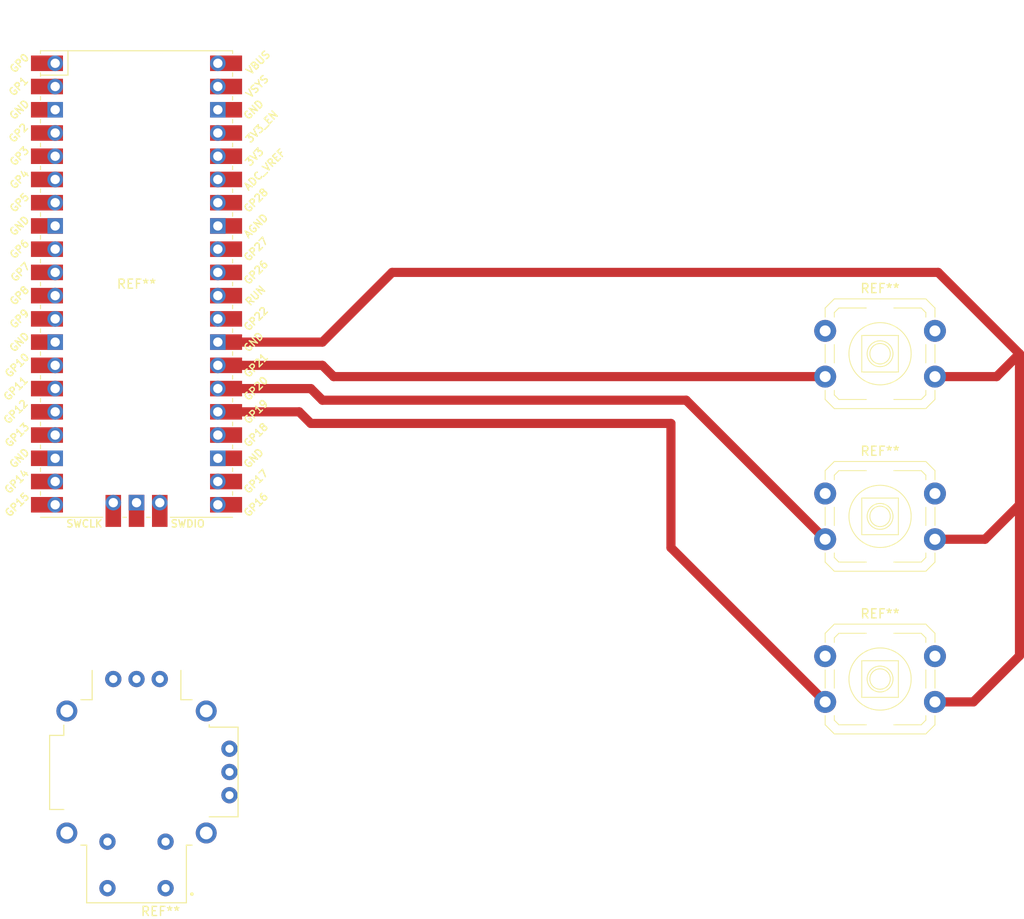
<source format=kicad_pcb>
(kicad_pcb (version 20241229) (generator "pcbnew") (generator_version "9.0")
  (layers (0 "F.Cu" signal) (2 "B.Cu" signal) (13 "F.Paste" user) (15 "B.Paste" user) (5 "F.SilkS" user "F.Silkscreen") (7 "B.SilkS" user "B.Silkscreen") (1 "F.Mask" user) (3 "B.Mask" user) (25 "Edge.Cuts" user))
  (net 0 "")
  (footprint "MajLibrary:RPi_Pico_SMD_TH" (layer "F.Cu") (at 144.78 86.36)
    (property "Reference" "REF**" (at 0 0 0) (layer "F.SilkS"))
    (property "Value" "RPi_Pico_SMD_TH")
    (fp_line (start -10.5 -25.5) (end -10.5 -25.2) (stroke (width 0.12)) (layer "F.SilkS"))
    (fp_line (start -10.5 -25.5) (end 10.5 -25.5) (stroke (width 0.12)) (layer "F.SilkS"))
    (fp_line (start -10.5 -23.1) (end -10.5 -22.7) (stroke (width 0.12)) (layer "F.SilkS"))
    (fp_line (start -10.5 -22.833) (end -7.493 -22.833) (stroke (width 0.12)) (layer "F.SilkS"))
    (fp_line (start -10.5 -20.5) (end -10.5 -20.1) (stroke (width 0.12)) (layer "F.SilkS"))
    (fp_line (start -10.5 -18) (end -10.5 -17.6) (stroke (width 0.12)) (layer "F.SilkS"))
    (fp_line (start -10.5 -15.4) (end -10.5 -15) (stroke (width 0.12)) (layer "F.SilkS"))
    (fp_line (start -10.5 -12.9) (end -10.5 -12.5) (stroke (width 0.12)) (layer "F.SilkS"))
    (fp_line (start -10.5 -10.4) (end -10.5 -10) (stroke (width 0.12)) (layer "F.SilkS"))
    (fp_line (start -10.5 -7.8) (end -10.5 -7.4) (stroke (width 0.12)) (layer "F.SilkS"))
    (fp_line (start -10.5 -5.3) (end -10.5 -4.9) (stroke (width 0.12)) (layer "F.SilkS"))
    (fp_line (start -10.5 -2.7) (end -10.5 -2.3) (stroke (width 0.12)) (layer "F.SilkS"))
    (fp_line (start -10.5 -0.2) (end -10.5 0.2) (stroke (width 0.12)) (layer "F.SilkS"))
    (fp_line (start -10.5 2.3) (end -10.5 2.7) (stroke (width 0.12)) (layer "F.SilkS"))
    (fp_line (start -10.5 4.9) (end -10.5 5.3) (stroke (width 0.12)) (layer "F.SilkS"))
    (fp_line (start -10.5 7.4) (end -10.5 7.8) (stroke (width 0.12)) (layer "F.SilkS"))
    (fp_line (start -10.5 10) (end -10.5 10.4) (stroke (width 0.12)) (layer "F.SilkS"))
    (fp_line (start -10.5 12.5) (end -10.5 12.9) (stroke (width 0.12)) (layer "F.SilkS"))
    (fp_line (start -10.5 15.1) (end -10.5 15.5) (stroke (width 0.12)) (layer "F.SilkS"))
    (fp_line (start -10.5 17.6) (end -10.5 18) (stroke (width 0.12)) (layer "F.SilkS"))
    (fp_line (start -10.5 20.1) (end -10.5 20.5) (stroke (width 0.12)) (layer "F.SilkS"))
    (fp_line (start -10.5 22.7) (end -10.5 23.1) (stroke (width 0.12)) (layer "F.SilkS"))
    (fp_line (start -7.493 -22.833) (end -7.493 -25.5) (stroke (width 0.12)) (layer "F.SilkS"))
    (fp_line (start -3.7 25.5) (end -10.5 25.5) (stroke (width 0.12)) (layer "F.SilkS"))
    (fp_line (start -1.5 25.5) (end -1.1 25.5) (stroke (width 0.12)) (layer "F.SilkS"))
    (fp_line (start 1.1 25.5) (end 1.5 25.5) (stroke (width 0.12)) (layer "F.SilkS"))
    (fp_line (start 10.5 -25.5) (end 10.5 -25.2) (stroke (width 0.12)) (layer "F.SilkS"))
    (fp_line (start 10.5 -23.1) (end 10.5 -22.7) (stroke (width 0.12)) (layer "F.SilkS"))
    (fp_line (start 10.5 -20.5) (end 10.5 -20.1) (stroke (width 0.12)) (layer "F.SilkS"))
    (fp_line (start 10.5 -18) (end 10.5 -17.6) (stroke (width 0.12)) (layer "F.SilkS"))
    (fp_line (start 10.5 -15.4) (end 10.5 -15) (stroke (width 0.12)) (layer "F.SilkS"))
    (fp_line (start 10.5 -12.9) (end 10.5 -12.5) (stroke (width 0.12)) (layer "F.SilkS"))
    (fp_line (start 10.5 -10.4) (end 10.5 -10) (stroke (width 0.12)) (layer "F.SilkS"))
    (fp_line (start 10.5 -7.8) (end 10.5 -7.4) (stroke (width 0.12)) (layer "F.SilkS"))
    (fp_line (start 10.5 -5.3) (end 10.5 -4.9) (stroke (width 0.12)) (layer "F.SilkS"))
    (fp_line (start 10.5 -2.7) (end 10.5 -2.3) (stroke (width 0.12)) (layer "F.SilkS"))
    (fp_line (start 10.5 -0.2) (end 10.5 0.2) (stroke (width 0.12)) (layer "F.SilkS"))
    (fp_line (start 10.5 2.3) (end 10.5 2.7) (stroke (width 0.12)) (layer "F.SilkS"))
    (fp_line (start 10.5 4.9) (end 10.5 5.3) (stroke (width 0.12)) (layer "F.SilkS"))
    (fp_line (start 10.5 7.4) (end 10.5 7.8) (stroke (width 0.12)) (layer "F.SilkS"))
    (fp_line (start 10.5 10) (end 10.5 10.4) (stroke (width 0.12)) (layer "F.SilkS"))
    (fp_line (start 10.5 12.5) (end 10.5 12.9) (stroke (width 0.12)) (layer "F.SilkS"))
    (fp_line (start 10.5 15.1) (end 10.5 15.5) (stroke (width 0.12)) (layer "F.SilkS"))
    (fp_line (start 10.5 17.6) (end 10.5 18) (stroke (width 0.12)) (layer "F.SilkS"))
    (fp_line (start 10.5 20.1) (end 10.5 20.5) (stroke (width 0.12)) (layer "F.SilkS"))
    (fp_line (start 10.5 22.7) (end 10.5 23.1) (stroke (width 0.12)) (layer "F.SilkS"))
    (fp_line (start 10.5 25.5) (end 3.7 25.5) (stroke (width 0.12)) (layer "F.SilkS"))
    (fp_text user "GP20" (at 13.054 11.43 45) (layer "F.SilkS") (effects (font (size 0.8 0.8))))
    (fp_text user "GP8" (at -12.8 1.27 45) (layer "F.SilkS") (effects (font (size 0.8 0.8))))
    (fp_text user "GP9" (at -12.8 3.81 45) (layer "F.SilkS") (effects (font (size 0.8 0.8))))
    (fp_text user "GP2" (at -12.9 -16.51 45) (layer "F.SilkS") (effects (font (size 0.8 0.8))))
    (fp_text user "GND" (at -12.8 -19.05 45) (layer "F.SilkS") (effects (font (size 0.8 0.8))))
    (fp_text user "GP5" (at -12.8 -8.89 45) (layer "F.SilkS") (effects (font (size 0.8 0.8))))
    (fp_text user "GP4" (at -12.8 -11.43 45) (layer "F.SilkS") (effects (font (size 0.8 0.8))))
    (fp_text user "GND" (at 12.8 19.05 45) (layer "F.SilkS") (effects (font (size 0.8 0.8))))
    (fp_text user "GND" (at -12.8 19.05 45) (layer "F.SilkS") (effects (font (size 0.8 0.8))))
    (fp_text user "GND" (at -12.8 6.35 45) (layer "F.SilkS") (effects (font (size 0.8 0.8))))
    (fp_text user "GP22" (at 13.054 3.81 45) (layer "F.SilkS") (effects (font (size 0.8 0.8))))
    (fp_text user "GP28" (at 13.054 -9.144 45) (layer "F.SilkS") (effects (font (size 0.8 0.8))))
    (fp_text user "GP14" (at -13.1 21.59 45) (layer "F.SilkS") (effects (font (size 0.8 0.8))))
    (fp_text user "ADC_VREF" (at 14 -12.5 45) (layer "F.SilkS") (effects (font (size 0.8 0.8))))
    (fp_text user "SWCLK" (at -5.7 26.2 0) (layer "F.SilkS") (effects (font (size 0.8 0.8))))
    (fp_text user "GP0" (at -12.8 -24.13 45) (layer "F.SilkS") (effects (font (size 0.8 0.8))))
    (fp_text user "GP27" (at 13.054 -3.8 45) (layer "F.SilkS") (effects (font (size 0.8 0.8))))
    (fp_text user "GP18" (at 13.054 16.51 45) (layer "F.SilkS") (effects (font (size 0.8 0.8))))
    (fp_text user "GP15" (at -13.054 24.13 45) (layer "F.SilkS") (effects (font (size 0.8 0.8))))
    (fp_text user "VBUS" (at 13.3 -24.2 45) (layer "F.SilkS") (effects (font (size 0.8 0.8))))
    (fp_text user "GP3" (at -12.8 -13.97 45) (layer "F.SilkS") (effects (font (size 0.8 0.8))))
    (fp_text user "GND" (at 12.8 -19.05 45) (layer "F.SilkS") (effects (font (size 0.8 0.8))))
    (fp_text user "GP21" (at 13.054 8.9 45) (layer "F.SilkS") (effects (font (size 0.8 0.8))))
    (fp_text user "GND" (at 12.8 6.35 45) (layer "F.SilkS") (effects (font (size 0.8 0.8))))
    (fp_text user "SWDIO" (at 5.6 26.2 0) (layer "F.SilkS") (effects (font (size 0.8 0.8))))
    (fp_text user "GP19" (at 13.054 13.97 45) (layer "F.SilkS") (effects (font (size 0.8 0.8))))
    (fp_text user "GP26" (at 13.054 -1.27 45) (layer "F.SilkS") (effects (font (size 0.8 0.8))))
    (fp_text user "RUN" (at 13 1.27 45) (layer "F.SilkS") (effects (font (size 0.8 0.8))))
    (fp_text user "GP10" (at -13.054 8.89 45) (layer "F.SilkS") (effects (font (size 0.8 0.8))))
    (fp_text user "3V3_EN" (at 13.7 -17.2 45) (layer "F.SilkS") (effects (font (size 0.8 0.8))))
    (fp_text user "GP17" (at 13.054 21.59 45) (layer "F.SilkS") (effects (font (size 0.8 0.8))))
    (fp_text user "GP1" (at -12.9 -21.6 45) (layer "F.SilkS") (effects (font (size 0.8 0.8))))
    (fp_text user "GP16" (at 13.054 24.13 45) (layer "F.SilkS") (effects (font (size 0.8 0.8))))
    (fp_text user "GP11" (at -13.2 11.43 45) (layer "F.SilkS") (effects (font (size 0.8 0.8))))
    (fp_text user "GND" (at -12.8 -6.35 45) (layer "F.SilkS") (effects (font (size 0.8 0.8))))
    (fp_text user "GP7" (at -12.7 -1.3 45) (layer "F.SilkS") (effects (font (size 0.8 0.8))))
    (fp_text user "GP6" (at -12.8 -3.81 45) (layer "F.SilkS") (effects (font (size 0.8 0.8))))
    (fp_text user "GP13" (at -13.054 16.51 45) (layer "F.SilkS") (effects (font (size 0.8 0.8))))
    (fp_text user "3V3" (at 12.9 -13.9 45) (layer "F.SilkS") (effects (font (size 0.8 0.8))))
    (fp_text user "VSYS" (at 13.2 -21.59 45) (layer "F.SilkS") (effects (font (size 0.8 0.8))))
    (fp_text user "AGND" (at 13.054 -6.35 45) (layer "F.SilkS") (effects (font (size 0.8 0.8))))
    (fp_text user "GP12" (at -13.2 13.97 45) (layer "F.SilkS") (effects (font (size 0.8 0.8))))
    (pad "" np_thru_hole oval (at -2.725 -24) (size 1.8 1.8) (drill 1.8) (layers "*.Cu" "*.Mask"))
    (pad "" np_thru_hole oval (at -2.425 -20.97) (size 1.5 1.5) (drill 1.5) (layers "*.Cu" "*.Mask"))
    (pad "" np_thru_hole oval (at 2.425 -20.97) (size 1.5 1.5) (drill 1.5) (layers "*.Cu" "*.Mask"))
    (pad "" np_thru_hole oval (at 2.725 -24) (size 1.8 1.8) (drill 1.8) (layers "*.Cu" "*.Mask"))
    (pad "1" thru_hole oval (at -8.89 -24.13) (size 1.7 1.7) (drill 1.02) (layers "*.Cu" "*.Mask"))
    (pad "1" smd rect (at -8.89 -24.13) (size 3.5 1.7) (drill (offset -0.9 0)) (layers "F.Cu" "F.Mask"))
    (pad "2" thru_hole oval (at -8.89 -21.59) (size 1.7 1.7) (drill 1.02) (layers "*.Cu" "*.Mask"))
    (pad "2" smd rect (at -8.89 -21.59) (size 3.5 1.7) (drill (offset -0.9 0)) (layers "F.Cu" "F.Mask"))
    (pad "3" thru_hole rect (at -8.89 -19.05) (size 1.7 1.7) (drill 1.02) (layers "*.Cu" "*.Mask"))
    (pad "3" smd rect (at -8.89 -19.05) (size 3.5 1.7) (drill (offset -0.9 0)) (layers "F.Cu" "F.Mask"))
    (pad "4" thru_hole oval (at -8.89 -16.51) (size 1.7 1.7) (drill 1.02) (layers "*.Cu" "*.Mask"))
    (pad "4" smd rect (at -8.89 -16.51) (size 3.5 1.7) (drill (offset -0.9 0)) (layers "F.Cu" "F.Mask"))
    (pad "5" thru_hole oval (at -8.89 -13.97) (size 1.7 1.7) (drill 1.02) (layers "*.Cu" "*.Mask"))
    (pad "5" smd rect (at -8.89 -13.97) (size 3.5 1.7) (drill (offset -0.9 0)) (layers "F.Cu" "F.Mask"))
    (pad "6" thru_hole oval (at -8.89 -11.43) (size 1.7 1.7) (drill 1.02) (layers "*.Cu" "*.Mask"))
    (pad "6" smd rect (at -8.89 -11.43) (size 3.5 1.7) (drill (offset -0.9 0)) (layers "F.Cu" "F.Mask"))
    (pad "7" thru_hole oval (at -8.89 -8.89) (size 1.7 1.7) (drill 1.02) (layers "*.Cu" "*.Mask"))
    (pad "7" smd rect (at -8.89 -8.89) (size 3.5 1.7) (drill (offset -0.9 0)) (layers "F.Cu" "F.Mask"))
    (pad "8" thru_hole rect (at -8.89 -6.35) (size 1.7 1.7) (drill 1.02) (layers "*.Cu" "*.Mask"))
    (pad "8" smd rect (at -8.89 -6.35) (size 3.5 1.7) (drill (offset -0.9 0)) (layers "F.Cu" "F.Mask"))
    (pad "9" thru_hole oval (at -8.89 -3.81) (size 1.7 1.7) (drill 1.02) (layers "*.Cu" "*.Mask"))
    (pad "9" smd rect (at -8.89 -3.81) (size 3.5 1.7) (drill (offset -0.9 0)) (layers "F.Cu" "F.Mask"))
    (pad "10" thru_hole oval (at -8.89 -1.27) (size 1.7 1.7) (drill 1.02) (layers "*.Cu" "*.Mask"))
    (pad "10" smd rect (at -8.89 -1.27) (size 3.5 1.7) (drill (offset -0.9 0)) (layers "F.Cu" "F.Mask"))
    (pad "11" thru_hole oval (at -8.89 1.27) (size 1.7 1.7) (drill 1.02) (layers "*.Cu" "*.Mask"))
    (pad "11" smd rect (at -8.89 1.27) (size 3.5 1.7) (drill (offset -0.9 0)) (layers "F.Cu" "F.Mask"))
    (pad "12" thru_hole oval (at -8.89 3.81) (size 1.7 1.7) (drill 1.02) (layers "*.Cu" "*.Mask"))
    (pad "12" smd rect (at -8.89 3.81) (size 3.5 1.7) (drill (offset -0.9 0)) (layers "F.Cu" "F.Mask"))
    (pad "13" thru_hole rect (at -8.89 6.35) (size 1.7 1.7) (drill 1.02) (layers "*.Cu" "*.Mask"))
    (pad "13" smd rect (at -8.89 6.35) (size 3.5 1.7) (drill (offset -0.9 0)) (layers "F.Cu" "F.Mask"))
    (pad "14" thru_hole oval (at -8.89 8.89) (size 1.7 1.7) (drill 1.02) (layers "*.Cu" "*.Mask"))
    (pad "14" smd rect (at -8.89 8.89) (size 3.5 1.7) (drill (offset -0.9 0)) (layers "F.Cu" "F.Mask"))
    (pad "15" thru_hole oval (at -8.89 11.43) (size 1.7 1.7) (drill 1.02) (layers "*.Cu" "*.Mask"))
    (pad "15" smd rect (at -8.89 11.43) (size 3.5 1.7) (drill (offset -0.9 0)) (layers "F.Cu" "F.Mask"))
    (pad "16" thru_hole oval (at -8.89 13.97) (size 1.7 1.7) (drill 1.02) (layers "*.Cu" "*.Mask"))
    (pad "16" smd rect (at -8.89 13.97) (size 3.5 1.7) (drill (offset -0.9 0)) (layers "F.Cu" "F.Mask"))
    (pad "17" thru_hole oval (at -8.89 16.51) (size 1.7 1.7) (drill 1.02) (layers "*.Cu" "*.Mask"))
    (pad "17" smd rect (at -8.89 16.51) (size 3.5 1.7) (drill (offset -0.9 0)) (layers "F.Cu" "F.Mask"))
    (pad "18" thru_hole rect (at -8.89 19.05) (size 1.7 1.7) (drill 1.02) (layers "*.Cu" "*.Mask"))
    (pad "18" smd rect (at -8.89 19.05) (size 3.5 1.7) (drill (offset -0.9 0)) (layers "F.Cu" "F.Mask"))
    (pad "19" thru_hole oval (at -8.89 21.59) (size 1.7 1.7) (drill 1.02) (layers "*.Cu" "*.Mask"))
    (pad "19" smd rect (at -8.89 21.59) (size 3.5 1.7) (drill (offset -0.9 0)) (layers "F.Cu" "F.Mask"))
    (pad "20" thru_hole oval (at -8.89 24.13) (size 1.7 1.7) (drill 1.02) (layers "*.Cu" "*.Mask"))
    (pad "20" smd rect (at -8.89 24.13) (size 3.5 1.7) (drill (offset -0.9 0)) (layers "F.Cu" "F.Mask"))
    (pad "21" thru_hole oval (at 8.89 24.13) (size 1.7 1.7) (drill 1.02) (layers "*.Cu" "*.Mask"))
    (pad "21" smd rect (at 8.89 24.13) (size 3.5 1.7) (drill (offset 0.9 0)) (layers "F.Cu" "F.Mask"))
    (pad "22" thru_hole oval (at 8.89 21.59) (size 1.7 1.7) (drill 1.02) (layers "*.Cu" "*.Mask"))
    (pad "22" smd rect (at 8.89 21.59) (size 3.5 1.7) (drill (offset 0.9 0)) (layers "F.Cu" "F.Mask"))
    (pad "23" thru_hole rect (at 8.89 19.05) (size 1.7 1.7) (drill 1.02) (layers "*.Cu" "*.Mask"))
    (pad "23" smd rect (at 8.89 19.05) (size 3.5 1.7) (drill (offset 0.9 0)) (layers "F.Cu" "F.Mask"))
    (pad "24" thru_hole oval (at 8.89 16.51) (size 1.7 1.7) (drill 1.02) (layers "*.Cu" "*.Mask"))
    (pad "24" smd rect (at 8.89 16.51) (size 3.5 1.7) (drill (offset 0.9 0)) (layers "F.Cu" "F.Mask"))
    (pad "25" thru_hole oval (at 8.89 13.97) (size 1.7 1.7) (drill 1.02) (layers "*.Cu" "*.Mask"))
    (pad "25" smd rect (at 8.89 13.97) (size 3.5 1.7) (drill (offset 0.9 0)) (layers "F.Cu" "F.Mask"))
    (pad "26" thru_hole oval (at 8.89 11.43) (size 1.7 1.7) (drill 1.02) (layers "*.Cu" "*.Mask"))
    (pad "26" smd rect (at 8.89 11.43) (size 3.5 1.7) (drill (offset 0.9 0)) (layers "F.Cu" "F.Mask"))
    (pad "27" thru_hole oval (at 8.89 8.89) (size 1.7 1.7) (drill 1.02) (layers "*.Cu" "*.Mask"))
    (pad "27" smd rect (at 8.89 8.89) (size 3.5 1.7) (drill (offset 0.9 0)) (layers "F.Cu" "F.Mask"))
    (pad "28" thru_hole rect (at 8.89 6.35) (size 1.7 1.7) (drill 1.02) (layers "*.Cu" "*.Mask"))
    (pad "28" smd rect (at 8.89 6.35) (size 3.5 1.7) (drill (offset 0.9 0)) (layers "F.Cu" "F.Mask"))
    (pad "29" thru_hole oval (at 8.89 3.81) (size 1.7 1.7) (drill 1.02) (layers "*.Cu" "*.Mask"))
    (pad "29" smd rect (at 8.89 3.81) (size 3.5 1.7) (drill (offset 0.9 0)) (layers "F.Cu" "F.Mask"))
    (pad "30" thru_hole oval (at 8.89 1.27) (size 1.7 1.7) (drill 1.02) (layers "*.Cu" "*.Mask"))
    (pad "30" smd rect (at 8.89 1.27) (size 3.5 1.7) (drill (offset 0.9 0)) (layers "F.Cu" "F.Mask"))
    (pad "31" thru_hole oval (at 8.89 -1.27) (size 1.7 1.7) (drill 1.02) (layers "*.Cu" "*.Mask"))
    (pad "31" smd rect (at 8.89 -1.27) (size 3.5 1.7) (drill (offset 0.9 0)) (layers "F.Cu" "F.Mask"))
    (pad "32" thru_hole oval (at 8.89 -3.81) (size 1.7 1.7) (drill 1.02) (layers "*.Cu" "*.Mask"))
    (pad "32" smd rect (at 8.89 -3.81) (size 3.5 1.7) (drill (offset 0.9 0)) (layers "F.Cu" "F.Mask"))
    (pad "33" thru_hole rect (at 8.89 -6.35) (size 1.7 1.7) (drill 1.02) (layers "*.Cu" "*.Mask"))
    (pad "33" smd rect (at 8.89 -6.35) (size 3.5 1.7) (drill (offset 0.9 0)) (layers "F.Cu" "F.Mask"))
    (pad "34" thru_hole oval (at 8.89 -8.89) (size 1.7 1.7) (drill 1.02) (layers "*.Cu" "*.Mask"))
    (pad "34" smd rect (at 8.89 -8.89) (size 3.5 1.7) (drill (offset 0.9 0)) (layers "F.Cu" "F.Mask"))
    (pad "35" thru_hole oval (at 8.89 -11.43) (size 1.7 1.7) (drill 1.02) (layers "*.Cu" "*.Mask"))
    (pad "35" smd rect (at 8.89 -11.43) (size 3.5 1.7) (drill (offset 0.9 0)) (layers "F.Cu" "F.Mask"))
    (pad "36" thru_hole oval (at 8.89 -13.97) (size 1.7 1.7) (drill 1.02) (layers "*.Cu" "*.Mask"))
    (pad "36" smd rect (at 8.89 -13.97) (size 3.5 1.7) (drill (offset 0.9 0)) (layers "F.Cu" "F.Mask"))
    (pad "37" thru_hole oval (at 8.89 -16.51) (size 1.7 1.7) (drill 1.02) (layers "*.Cu" "*.Mask"))
    (pad "37" smd rect (at 8.89 -16.51) (size 3.5 1.7) (drill (offset 0.9 0)) (layers "F.Cu" "F.Mask"))
    (pad "38" thru_hole rect (at 8.89 -19.05) (size 1.7 1.7) (drill 1.02) (layers "*.Cu" "*.Mask"))
    (pad "38" smd rect (at 8.89 -19.05) (size 3.5 1.7) (drill (offset 0.9 0)) (layers "F.Cu" "F.Mask"))
    (pad "39" thru_hole oval (at 8.89 -21.59) (size 1.7 1.7) (drill 1.02) (layers "*.Cu" "*.Mask"))
    (pad "39" smd rect (at 8.89 -21.59) (size 3.5 1.7) (drill (offset 0.9 0)) (layers "F.Cu" "F.Mask"))
    (pad "40" thru_hole oval (at 8.89 -24.13) (size 1.7 1.7) (drill 1.02) (layers "*.Cu" "*.Mask"))
    (pad "40" smd rect (at 8.89 -24.13) (size 3.5 1.7) (drill (offset 0.9 0)) (layers "F.Cu" "F.Mask"))
    (pad "41" thru_hole oval (at -2.54 23.9) (size 1.7 1.7) (drill 1.02) (layers "*.Cu" "*.Mask"))
    (pad "41" smd rect (at -2.54 23.9 90) (size 3.5 1.7) (drill (offset -0.9 0)) (layers "F.Cu" "F.Mask"))
    (pad "42" thru_hole rect (at 0 23.9) (size 1.7 1.7) (drill 1.02) (layers "*.Cu" "*.Mask"))
    (pad "42" smd rect (at 0 23.9 90) (size 3.5 1.7) (drill (offset -0.9 0)) (layers "F.Cu" "F.Mask"))
    (pad "43" thru_hole oval (at 2.54 23.9) (size 1.7 1.7) (drill 1.02) (layers "*.Cu" "*.Mask"))
    (pad "43" smd rect (at 2.54 23.9 90) (size 3.5 1.7) (drill (offset -0.9 0)) (layers "F.Cu" "F.Mask"))
  )
  (footprint "MajLibrary:B3F-5050" (layer "F.Cu") (at 226.06 93.98)
    (property "Reference" "REF**" (at 0 -7.135 0) (layer "F.SilkS"))
    (property "Value" "B3F-5050")
    (fp_line (start -6 -5) (end -6 -4) (stroke (width 0.1)) (layer "F.SilkS"))
    (fp_line (start -6 -5) (end -5 -6) (stroke (width 0.1)) (layer "F.SilkS"))
    (fp_line (start -6 -1) (end -6 1) (stroke (width 0.1)) (layer "F.SilkS"))
    (fp_line (start -6 4) (end -6 5) (stroke (width 0.1)) (layer "F.SilkS"))
    (fp_line (start -6 5) (end -5 6) (stroke (width 0.1)) (layer "F.SilkS"))
    (fp_line (start -5 -6) (end 5 -6) (stroke (width 0.1)) (layer "F.SilkS"))
    (fp_line (start -5 -4.5) (end -4.5 -5) (stroke (width 0.1)) (layer "F.SilkS"))
    (fp_line (start -5 -4) (end -5 -4.5) (stroke (width 0.1)) (layer "F.SilkS"))
    (fp_line (start -5 -1) (end -5 1) (stroke (width 0.1)) (layer "F.SilkS"))
    (fp_line (start -5 4) (end -5 4.5) (stroke (width 0.1)) (layer "F.SilkS"))
    (fp_line (start -5 4.5) (end -4.5 5) (stroke (width 0.1)) (layer "F.SilkS"))
    (fp_line (start -4.5 -5) (end -1.5 -5) (stroke (width 0.1)) (layer "F.SilkS"))
    (fp_line (start -4.5 5) (end -1.5 5) (stroke (width 0.1)) (layer "F.SilkS"))
    (fp_line (start -2 -2) (end 2 -2) (stroke (width 0.1)) (layer "F.SilkS"))
    (fp_line (start -2 2) (end -2 -2) (stroke (width 0.1)) (layer "F.SilkS"))
    (fp_line (start 1.5 -5) (end 4.5 -5) (stroke (width 0.1)) (layer "F.SilkS"))
    (fp_line (start 1.5 5) (end 4.5 5) (stroke (width 0.1)) (layer "F.SilkS"))
    (fp_line (start 2 -2) (end 2 2) (stroke (width 0.1)) (layer "F.SilkS"))
    (fp_line (start 2 2) (end -2 2) (stroke (width 0.1)) (layer "F.SilkS"))
    (fp_line (start 4.5 -5) (end 5 -4.5) (stroke (width 0.1)) (layer "F.SilkS"))
    (fp_line (start 4.5 5) (end 5 4.5) (stroke (width 0.1)) (layer "F.SilkS"))
    (fp_line (start 5 -6) (end 6 -5) (stroke (width 0.1)) (layer "F.SilkS"))
    (fp_line (start 5 -4.5) (end 5 -4) (stroke (width 0.1)) (layer "F.SilkS"))
    (fp_line (start 5 -1) (end 5 1) (stroke (width 0.1)) (layer "F.SilkS"))
    (fp_line (start 5 4.5) (end 5 4) (stroke (width 0.1)) (layer "F.SilkS"))
    (fp_line (start 5 6) (end -5 6) (stroke (width 0.1)) (layer "F.SilkS"))
    (fp_line (start 5 6) (end 6 5) (stroke (width 0.1)) (layer "F.SilkS"))
    (fp_line (start 6 -5) (end 6 -4) (stroke (width 0.1)) (layer "F.SilkS"))
    (fp_line (start 6 -1) (end 6 1) (stroke (width 0.1)) (layer "F.SilkS"))
    (fp_line (start 6 4) (end 6 5) (stroke (width 0.1)) (layer "F.SilkS"))
    (fp_circle (center 0 0) (end 1.11803 0) (stroke (width 0.1)) (fill no) (layer "F.SilkS"))
    (fp_circle (center 0 0) (end 1.41421 0) (stroke (width 0.1)) (fill no) (layer "F.SilkS"))
    (fp_circle (center 0 0) (end 3.4 0) (stroke (width 0.1)) (fill no) (layer "F.SilkS"))
    (pad "" np_thru_hole circle (at 0 -4.5) (size 1.8 1.8) (drill 1.8) (layers "*.Cu" "*.Mask"))
    (pad "" np_thru_hole circle (at 0 4.5) (size 1.8 1.8) (drill 1.8) (layers "*.Cu" "*.Mask"))
    (pad "1" thru_hole circle (at 6 2.5) (size 2.4 2.4) (drill 1.2) (layers "*.Cu" "*.Mask"))
    (pad "2" thru_hole circle (at -6 2.5) (size 2.4 2.4) (drill 1.2) (layers "*.Cu" "*.Mask"))
    (pad "3" thru_hole circle (at 6 -2.5) (size 2.4 2.4) (drill 1.2) (layers "*.Cu" "*.Mask"))
    (pad "4" thru_hole circle (at -6 -2.5) (size 2.4 2.4) (drill 1.2) (layers "*.Cu" "*.Mask"))
  )
  (footprint "MajLibrary:B3F-5050" (layer "F.Cu") (at 226.06 111.76)
    (property "Reference" "REF**" (at 0 -7.135 0) (layer "F.SilkS"))
    (property "Value" "B3F-5050")
    (fp_line (start -6 -5) (end -6 -4) (stroke (width 0.1)) (layer "F.SilkS"))
    (fp_line (start -6 -5) (end -5 -6) (stroke (width 0.1)) (layer "F.SilkS"))
    (fp_line (start -6 -1) (end -6 1) (stroke (width 0.1)) (layer "F.SilkS"))
    (fp_line (start -6 4) (end -6 5) (stroke (width 0.1)) (layer "F.SilkS"))
    (fp_line (start -6 5) (end -5 6) (stroke (width 0.1)) (layer "F.SilkS"))
    (fp_line (start -5 -6) (end 5 -6) (stroke (width 0.1)) (layer "F.SilkS"))
    (fp_line (start -5 -4.5) (end -4.5 -5) (stroke (width 0.1)) (layer "F.SilkS"))
    (fp_line (start -5 -4) (end -5 -4.5) (stroke (width 0.1)) (layer "F.SilkS"))
    (fp_line (start -5 -1) (end -5 1) (stroke (width 0.1)) (layer "F.SilkS"))
    (fp_line (start -5 4) (end -5 4.5) (stroke (width 0.1)) (layer "F.SilkS"))
    (fp_line (start -5 4.5) (end -4.5 5) (stroke (width 0.1)) (layer "F.SilkS"))
    (fp_line (start -4.5 -5) (end -1.5 -5) (stroke (width 0.1)) (layer "F.SilkS"))
    (fp_line (start -4.5 5) (end -1.5 5) (stroke (width 0.1)) (layer "F.SilkS"))
    (fp_line (start -2 -2) (end 2 -2) (stroke (width 0.1)) (layer "F.SilkS"))
    (fp_line (start -2 2) (end -2 -2) (stroke (width 0.1)) (layer "F.SilkS"))
    (fp_line (start 1.5 -5) (end 4.5 -5) (stroke (width 0.1)) (layer "F.SilkS"))
    (fp_line (start 1.5 5) (end 4.5 5) (stroke (width 0.1)) (layer "F.SilkS"))
    (fp_line (start 2 -2) (end 2 2) (stroke (width 0.1)) (layer "F.SilkS"))
    (fp_line (start 2 2) (end -2 2) (stroke (width 0.1)) (layer "F.SilkS"))
    (fp_line (start 4.5 -5) (end 5 -4.5) (stroke (width 0.1)) (layer "F.SilkS"))
    (fp_line (start 4.5 5) (end 5 4.5) (stroke (width 0.1)) (layer "F.SilkS"))
    (fp_line (start 5 -6) (end 6 -5) (stroke (width 0.1)) (layer "F.SilkS"))
    (fp_line (start 5 -4.5) (end 5 -4) (stroke (width 0.1)) (layer "F.SilkS"))
    (fp_line (start 5 -1) (end 5 1) (stroke (width 0.1)) (layer "F.SilkS"))
    (fp_line (start 5 4.5) (end 5 4) (stroke (width 0.1)) (layer "F.SilkS"))
    (fp_line (start 5 6) (end -5 6) (stroke (width 0.1)) (layer "F.SilkS"))
    (fp_line (start 5 6) (end 6 5) (stroke (width 0.1)) (layer "F.SilkS"))
    (fp_line (start 6 -5) (end 6 -4) (stroke (width 0.1)) (layer "F.SilkS"))
    (fp_line (start 6 -1) (end 6 1) (stroke (width 0.1)) (layer "F.SilkS"))
    (fp_line (start 6 4) (end 6 5) (stroke (width 0.1)) (layer "F.SilkS"))
    (fp_circle (center 0 0) (end 1.11803 0) (stroke (width 0.1)) (fill no) (layer "F.SilkS"))
    (fp_circle (center 0 0) (end 1.41421 0) (stroke (width 0.1)) (fill no) (layer "F.SilkS"))
    (fp_circle (center 0 0) (end 3.4 0) (stroke (width 0.1)) (fill no) (layer "F.SilkS"))
    (pad "" np_thru_hole circle (at 0 -4.5) (size 1.8 1.8) (drill 1.8) (layers "*.Cu" "*.Mask"))
    (pad "" np_thru_hole circle (at 0 4.5) (size 1.8 1.8) (drill 1.8) (layers "*.Cu" "*.Mask"))
    (pad "1" thru_hole circle (at 6 2.5) (size 2.4 2.4) (drill 1.2) (layers "*.Cu" "*.Mask"))
    (pad "2" thru_hole circle (at -6 2.5) (size 2.4 2.4) (drill 1.2) (layers "*.Cu" "*.Mask"))
    (pad "3" thru_hole circle (at 6 -2.5) (size 2.4 2.4) (drill 1.2) (layers "*.Cu" "*.Mask"))
    (pad "4" thru_hole circle (at -6 -2.5) (size 2.4 2.4) (drill 1.2) (layers "*.Cu" "*.Mask"))
  )
  (footprint "MajLibrary:B3F-5050" (layer "F.Cu") (at 226.06 129.54)
    (property "Reference" "REF**" (at 0 -7.135 0) (layer "F.SilkS"))
    (property "Value" "B3F-5050")
    (fp_line (start -6 -5) (end -6 -4) (stroke (width 0.1)) (layer "F.SilkS"))
    (fp_line (start -6 -5) (end -5 -6) (stroke (width 0.1)) (layer "F.SilkS"))
    (fp_line (start -6 -1) (end -6 1) (stroke (width 0.1)) (layer "F.SilkS"))
    (fp_line (start -6 4) (end -6 5) (stroke (width 0.1)) (layer "F.SilkS"))
    (fp_line (start -6 5) (end -5 6) (stroke (width 0.1)) (layer "F.SilkS"))
    (fp_line (start -5 -6) (end 5 -6) (stroke (width 0.1)) (layer "F.SilkS"))
    (fp_line (start -5 -4.5) (end -4.5 -5) (stroke (width 0.1)) (layer "F.SilkS"))
    (fp_line (start -5 -4) (end -5 -4.5) (stroke (width 0.1)) (layer "F.SilkS"))
    (fp_line (start -5 -1) (end -5 1) (stroke (width 0.1)) (layer "F.SilkS"))
    (fp_line (start -5 4) (end -5 4.5) (stroke (width 0.1)) (layer "F.SilkS"))
    (fp_line (start -5 4.5) (end -4.5 5) (stroke (width 0.1)) (layer "F.SilkS"))
    (fp_line (start -4.5 -5) (end -1.5 -5) (stroke (width 0.1)) (layer "F.SilkS"))
    (fp_line (start -4.5 5) (end -1.5 5) (stroke (width 0.1)) (layer "F.SilkS"))
    (fp_line (start -2 -2) (end 2 -2) (stroke (width 0.1)) (layer "F.SilkS"))
    (fp_line (start -2 2) (end -2 -2) (stroke (width 0.1)) (layer "F.SilkS"))
    (fp_line (start 1.5 -5) (end 4.5 -5) (stroke (width 0.1)) (layer "F.SilkS"))
    (fp_line (start 1.5 5) (end 4.5 5) (stroke (width 0.1)) (layer "F.SilkS"))
    (fp_line (start 2 -2) (end 2 2) (stroke (width 0.1)) (layer "F.SilkS"))
    (fp_line (start 2 2) (end -2 2) (stroke (width 0.1)) (layer "F.SilkS"))
    (fp_line (start 4.5 -5) (end 5 -4.5) (stroke (width 0.1)) (layer "F.SilkS"))
    (fp_line (start 4.5 5) (end 5 4.5) (stroke (width 0.1)) (layer "F.SilkS"))
    (fp_line (start 5 -6) (end 6 -5) (stroke (width 0.1)) (layer "F.SilkS"))
    (fp_line (start 5 -4.5) (end 5 -4) (stroke (width 0.1)) (layer "F.SilkS"))
    (fp_line (start 5 -1) (end 5 1) (stroke (width 0.1)) (layer "F.SilkS"))
    (fp_line (start 5 4.5) (end 5 4) (stroke (width 0.1)) (layer "F.SilkS"))
    (fp_line (start 5 6) (end -5 6) (stroke (width 0.1)) (layer "F.SilkS"))
    (fp_line (start 5 6) (end 6 5) (stroke (width 0.1)) (layer "F.SilkS"))
    (fp_line (start 6 -5) (end 6 -4) (stroke (width 0.1)) (layer "F.SilkS"))
    (fp_line (start 6 -1) (end 6 1) (stroke (width 0.1)) (layer "F.SilkS"))
    (fp_line (start 6 4) (end 6 5) (stroke (width 0.1)) (layer "F.SilkS"))
    (fp_circle (center 0 0) (end 1.11803 0) (stroke (width 0.1)) (fill no) (layer "F.SilkS"))
    (fp_circle (center 0 0) (end 1.41421 0) (stroke (width 0.1)) (fill no) (layer "F.SilkS"))
    (fp_circle (center 0 0) (end 3.4 0) (stroke (width 0.1)) (fill no) (layer "F.SilkS"))
    (pad "" np_thru_hole circle (at 0 -4.5) (size 1.8 1.8) (drill 1.8) (layers "*.Cu" "*.Mask"))
    (pad "" np_thru_hole circle (at 0 4.5) (size 1.8 1.8) (drill 1.8) (layers "*.Cu" "*.Mask"))
    (pad "1" thru_hole circle (at 6 2.5) (size 2.4 2.4) (drill 1.2) (layers "*.Cu" "*.Mask"))
    (pad "2" thru_hole circle (at -6 2.5) (size 2.4 2.4) (drill 1.2) (layers "*.Cu" "*.Mask"))
    (pad "3" thru_hole circle (at 6 -2.5) (size 2.4 2.4) (drill 1.2) (layers "*.Cu" "*.Mask"))
    (pad "4" thru_hole circle (at -6 -2.5) (size 2.4 2.4) (drill 1.2) (layers "*.Cu" "*.Mask"))
  )
  (footprint "MajLibrary:Joystick" (layer "F.Cu") (at 144.78 139.7 180)
    (property "Reference" "REF**" (at -2.625 -15.235 0) (layer "F.SilkS"))
    (property "Value" "Joystick")
    (fp_line (start 9.5 4) (end 7.95 4) (stroke (width 0.127)) (layer "F.SilkS"))
    (fp_line (start 9.5 -4.1) (end 9.5 4) (stroke (width 0.127)) (layer "F.SilkS"))
    (fp_line (start 7.95 4) (end 7.95 5.12) (stroke (width 0.127)) (layer "F.SilkS"))
    (fp_line (start 7.95 -4.1) (end 9.5 -4.1) (stroke (width 0.127)) (layer "F.SilkS"))
    (fp_line (start 6.08 7.9) (end 4.85 7.9) (stroke (width 0.127)) (layer "F.SilkS"))
    (fp_line (start 5.45 -8) (end 6.08 -8) (stroke (width 0.127)) (layer "F.SilkS"))
    (fp_line (start 5.45 -14.3) (end 5.45 -8) (stroke (width 0.127)) (layer "F.SilkS"))
    (fp_line (start 4.85 7.9) (end 4.85 11.1) (stroke (width 0.127)) (layer "F.SilkS"))
    (fp_line (start -4.85 11.1) (end -4.85 7.9) (stroke (width 0.127)) (layer "F.SilkS"))
    (fp_line (start -4.85 7.9) (end -6.07 7.9) (stroke (width 0.127)) (layer "F.SilkS"))
    (fp_line (start -5.45 -8) (end -5.45 -14.3) (stroke (width 0.127)) (layer "F.SilkS"))
    (fp_line (start -5.45 -14.3) (end 5.45 -14.3) (stroke (width 0.127)) (layer "F.SilkS"))
    (fp_line (start -6.07 -8) (end -5.45 -8) (stroke (width 0.127)) (layer "F.SilkS"))
    (fp_line (start -7.95 5.17) (end -7.95 4.9) (stroke (width 0.127)) (layer "F.SilkS"))
    (fp_line (start -7.95 4.9) (end -11.1 4.9) (stroke (width 0.127)) (layer "F.SilkS"))
    (fp_line (start -11.1 4.9) (end -11.1 -4.9) (stroke (width 0.127)) (layer "F.SilkS"))
    (fp_line (start -11.1 -4.9) (end -7.95 -4.9) (stroke (width 0.127)) (layer "F.SilkS"))
    (fp_circle (center -6.05 -13.35) (end -5.95 -13.35) (stroke (width 0.2)) (fill no) (layer "F.SilkS"))
    (pad "B1A" thru_hole circle (at -3.175 -12.7 180) (size 1.778 1.778) (drill 0.9) (layers "*.Cu" "*.Mask"))
    (pad "B1B" thru_hole circle (at 3.175 -12.7 180) (size 1.778 1.778) (drill 0.9) (layers "*.Cu" "*.Mask"))
    (pad "B2A" thru_hole circle (at -3.175 -7.62 180) (size 1.778 1.778) (drill 0.9) (layers "*.Cu" "*.Mask"))
    (pad "B2B" thru_hole circle (at 3.175 -7.62 180) (size 1.778 1.778) (drill 0.9) (layers "*.Cu" "*.Mask"))
    (pad "H1" thru_hole circle (at -2.54 10.16 180) (size 1.778 1.778) (drill 0.889) (layers "*.Cu" "*.Mask"))
    (pad "H2" thru_hole circle (at 0 10.16 180) (size 1.778 1.778) (drill 0.889) (layers "*.Cu" "*.Mask"))
    (pad "H3" thru_hole circle (at 2.54 10.16 180) (size 1.778 1.778) (drill 0.889) (layers "*.Cu" "*.Mask"))
    (pad "S1" thru_hole circle (at -7.62 -6.6675 180) (size 2.286 2.286) (drill 1.397) (layers "*.Cu" "*.Mask"))
    (pad "S2" thru_hole circle (at -7.62 6.6675 180) (size 2.286 2.286) (drill 1.397) (layers "*.Cu" "*.Mask"))
    (pad "S3" thru_hole circle (at 7.62 6.6675 180) (size 2.286 2.286) (drill 1.397) (layers "*.Cu" "*.Mask"))
    (pad "S4" thru_hole circle (at 7.62 -6.6675 180) (size 2.286 2.286) (drill 1.397) (layers "*.Cu" "*.Mask"))
    (pad "V1" thru_hole circle (at -10.16 -2.54 180) (size 1.778 1.778) (drill 0.889) (layers "*.Cu" "*.Mask"))
    (pad "V2" thru_hole circle (at -10.16 0 180) (size 1.778 1.778) (drill 0.889) (layers "*.Cu" "*.Mask"))
    (pad "V3" thru_hole circle (at -10.16 2.54 180) (size 1.778 1.778) (drill 0.889) (layers "*.Cu" "*.Mask"))
  )
  (segment (start 165.1 99.06) (end 204.86 99.06) (width 1) (layer "F.Cu") (net 0))
  (segment (start 220.06 132.04) (end 203.2 115.18) (width 1) (layer "F.Cu") (net 0))
  (segment (start 232.41 85.09) (end 172.72 85.09) (width 1) (layer "F.Cu") (net 0))
  (segment (start 163.83 97.79) (end 165.1 99.06) (width 1) (layer "F.Cu") (net 0))
  (segment (start 203.2 101.6) (end 163.83 101.6) (width 1) (layer "F.Cu") (net 0))
  (segment (start 220.06 96.48) (end 166.33 96.48) (width 1) (layer "F.Cu") (net 0))
  (segment (start 232.06 114.26) (end 237.53 114.26) (width 1) (layer "F.Cu") (net 0))
  (segment (start 165.1 95.25) (end 153.67 95.25) (width 1) (layer "F.Cu") (net 0))
  (segment (start 163.83 101.6) (end 162.56 100.33) (width 1) (layer "F.Cu") (net 0))
  (segment (start 241.3 127) (end 241.3 110.49) (width 1) (layer "F.Cu") (net 0))
  (segment (start 241.3 93.98) (end 241.3 110.49) (width 1) (layer "F.Cu") (net 0))
  (segment (start 162.56 100.33) (end 153.67 100.33) (width 1) (layer "F.Cu") (net 0))
  (segment (start 172.72 85.09) (end 165.1 92.71) (width 1) (layer "F.Cu") (net 0))
  (segment (start 237.53 114.26) (end 241.3 110.49) (width 1) (layer "F.Cu") (net 0))
  (segment (start 232.06 132.04) (end 236.26 132.04) (width 1) (layer "F.Cu") (net 0))
  (segment (start 232.06 96.48) (end 238.8 96.48) (width 1) (layer "F.Cu") (net 0))
  (segment (start 166.33 96.48) (end 165.1 95.25) (width 1) (layer "F.Cu") (net 0))
  (segment (start 204.86 99.06) (end 220.06 114.26) (width 1) (layer "F.Cu") (net 0))
  (segment (start 203.2 115.18) (end 203.2 101.6) (width 1) (layer "F.Cu") (net 0))
  (segment (start 153.67 97.79) (end 163.83 97.79) (width 1) (layer "F.Cu") (net 0))
  (segment (start 236.26 132.04) (end 241.3 127) (width 1) (layer "F.Cu") (net 0))
  (segment (start 165.1 92.71) (end 153.67 92.71) (width 1) (layer "F.Cu") (net 0))
  (segment (start 241.3 93.98) (end 232.41 85.09) (width 1) (layer "F.Cu") (net 0))
  (segment (start 238.8 96.48) (end 241.3 93.98) (width 1) (layer "F.Cu") (net 0))
)
</source>
